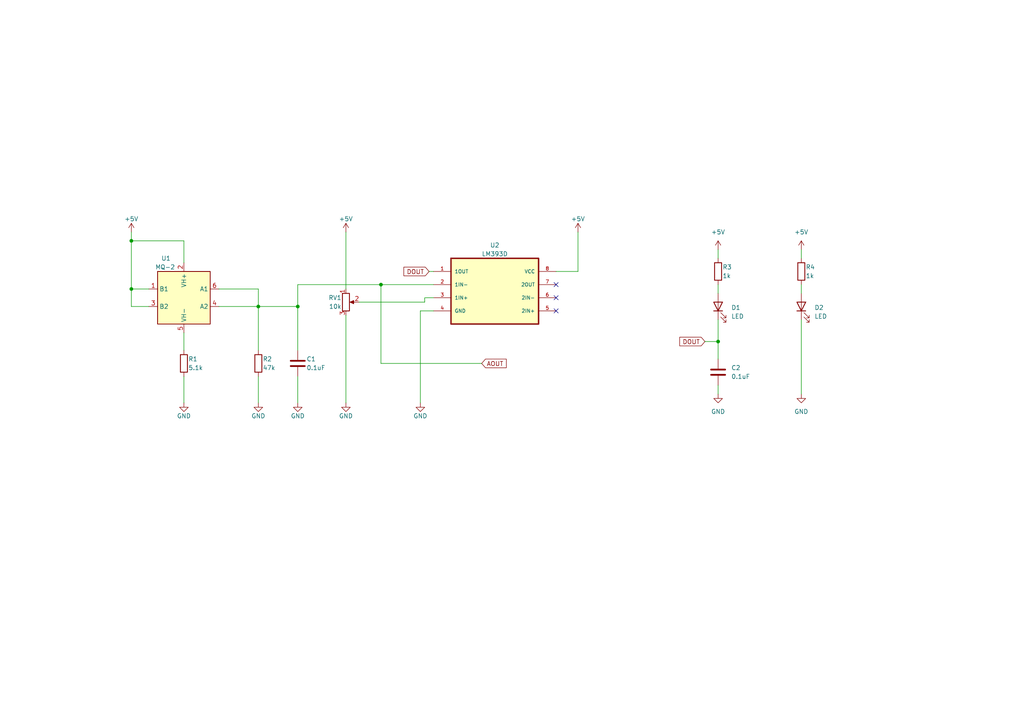
<source format=kicad_sch>
(kicad_sch (version 20230121) (generator eeschema)

  (uuid 09382f05-e025-4176-828f-49bbb8716922)

  (paper "A4")

  (lib_symbols
    (symbol "Device:C" (pin_numbers hide) (pin_names (offset 0.254)) (in_bom yes) (on_board yes)
      (property "Reference" "C" (at 0.635 2.54 0)
        (effects (font (size 1.27 1.27)) (justify left))
      )
      (property "Value" "C" (at 0.635 -2.54 0)
        (effects (font (size 1.27 1.27)) (justify left))
      )
      (property "Footprint" "" (at 0.9652 -3.81 0)
        (effects (font (size 1.27 1.27)) hide)
      )
      (property "Datasheet" "~" (at 0 0 0)
        (effects (font (size 1.27 1.27)) hide)
      )
      (property "ki_keywords" "cap capacitor" (at 0 0 0)
        (effects (font (size 1.27 1.27)) hide)
      )
      (property "ki_description" "Unpolarized capacitor" (at 0 0 0)
        (effects (font (size 1.27 1.27)) hide)
      )
      (property "ki_fp_filters" "C_*" (at 0 0 0)
        (effects (font (size 1.27 1.27)) hide)
      )
      (symbol "C_0_1"
        (polyline
          (pts
            (xy -2.032 -0.762)
            (xy 2.032 -0.762)
          )
          (stroke (width 0.508) (type default))
          (fill (type none))
        )
        (polyline
          (pts
            (xy -2.032 0.762)
            (xy 2.032 0.762)
          )
          (stroke (width 0.508) (type default))
          (fill (type none))
        )
      )
      (symbol "C_1_1"
        (pin passive line (at 0 3.81 270) (length 2.794)
          (name "~" (effects (font (size 1.27 1.27))))
          (number "1" (effects (font (size 1.27 1.27))))
        )
        (pin passive line (at 0 -3.81 90) (length 2.794)
          (name "~" (effects (font (size 1.27 1.27))))
          (number "2" (effects (font (size 1.27 1.27))))
        )
      )
    )
    (symbol "Device:LED" (pin_numbers hide) (pin_names (offset 1.016) hide) (in_bom yes) (on_board yes)
      (property "Reference" "D" (at 0 2.54 0)
        (effects (font (size 1.27 1.27)))
      )
      (property "Value" "LED" (at 0 -2.54 0)
        (effects (font (size 1.27 1.27)))
      )
      (property "Footprint" "" (at 0 0 0)
        (effects (font (size 1.27 1.27)) hide)
      )
      (property "Datasheet" "~" (at 0 0 0)
        (effects (font (size 1.27 1.27)) hide)
      )
      (property "ki_keywords" "LED diode" (at 0 0 0)
        (effects (font (size 1.27 1.27)) hide)
      )
      (property "ki_description" "Light emitting diode" (at 0 0 0)
        (effects (font (size 1.27 1.27)) hide)
      )
      (property "ki_fp_filters" "LED* LED_SMD:* LED_THT:*" (at 0 0 0)
        (effects (font (size 1.27 1.27)) hide)
      )
      (symbol "LED_0_1"
        (polyline
          (pts
            (xy -1.27 -1.27)
            (xy -1.27 1.27)
          )
          (stroke (width 0.254) (type default))
          (fill (type none))
        )
        (polyline
          (pts
            (xy -1.27 0)
            (xy 1.27 0)
          )
          (stroke (width 0) (type default))
          (fill (type none))
        )
        (polyline
          (pts
            (xy 1.27 -1.27)
            (xy 1.27 1.27)
            (xy -1.27 0)
            (xy 1.27 -1.27)
          )
          (stroke (width 0.254) (type default))
          (fill (type none))
        )
        (polyline
          (pts
            (xy -3.048 -0.762)
            (xy -4.572 -2.286)
            (xy -3.81 -2.286)
            (xy -4.572 -2.286)
            (xy -4.572 -1.524)
          )
          (stroke (width 0) (type default))
          (fill (type none))
        )
        (polyline
          (pts
            (xy -1.778 -0.762)
            (xy -3.302 -2.286)
            (xy -2.54 -2.286)
            (xy -3.302 -2.286)
            (xy -3.302 -1.524)
          )
          (stroke (width 0) (type default))
          (fill (type none))
        )
      )
      (symbol "LED_1_1"
        (pin passive line (at -3.81 0 0) (length 2.54)
          (name "K" (effects (font (size 1.27 1.27))))
          (number "1" (effects (font (size 1.27 1.27))))
        )
        (pin passive line (at 3.81 0 180) (length 2.54)
          (name "A" (effects (font (size 1.27 1.27))))
          (number "2" (effects (font (size 1.27 1.27))))
        )
      )
    )
    (symbol "Device:R" (pin_numbers hide) (pin_names (offset 0)) (in_bom yes) (on_board yes)
      (property "Reference" "R" (at 2.032 0 90)
        (effects (font (size 1.27 1.27)))
      )
      (property "Value" "R" (at 0 0 90)
        (effects (font (size 1.27 1.27)))
      )
      (property "Footprint" "" (at -1.778 0 90)
        (effects (font (size 1.27 1.27)) hide)
      )
      (property "Datasheet" "~" (at 0 0 0)
        (effects (font (size 1.27 1.27)) hide)
      )
      (property "ki_keywords" "R res resistor" (at 0 0 0)
        (effects (font (size 1.27 1.27)) hide)
      )
      (property "ki_description" "Resistor" (at 0 0 0)
        (effects (font (size 1.27 1.27)) hide)
      )
      (property "ki_fp_filters" "R_*" (at 0 0 0)
        (effects (font (size 1.27 1.27)) hide)
      )
      (symbol "R_0_1"
        (rectangle (start -1.016 -2.54) (end 1.016 2.54)
          (stroke (width 0.254) (type default))
          (fill (type none))
        )
      )
      (symbol "R_1_1"
        (pin passive line (at 0 3.81 270) (length 1.27)
          (name "~" (effects (font (size 1.27 1.27))))
          (number "1" (effects (font (size 1.27 1.27))))
        )
        (pin passive line (at 0 -3.81 90) (length 1.27)
          (name "~" (effects (font (size 1.27 1.27))))
          (number "2" (effects (font (size 1.27 1.27))))
        )
      )
    )
    (symbol "Device:R_Potentiometer" (pin_names (offset 1.016) hide) (in_bom yes) (on_board yes)
      (property "Reference" "RV" (at -4.445 0 90)
        (effects (font (size 1.27 1.27)))
      )
      (property "Value" "R_Potentiometer" (at -2.54 0 90)
        (effects (font (size 1.27 1.27)))
      )
      (property "Footprint" "" (at 0 0 0)
        (effects (font (size 1.27 1.27)) hide)
      )
      (property "Datasheet" "~" (at 0 0 0)
        (effects (font (size 1.27 1.27)) hide)
      )
      (property "ki_keywords" "resistor variable" (at 0 0 0)
        (effects (font (size 1.27 1.27)) hide)
      )
      (property "ki_description" "Potentiometer" (at 0 0 0)
        (effects (font (size 1.27 1.27)) hide)
      )
      (property "ki_fp_filters" "Potentiometer*" (at 0 0 0)
        (effects (font (size 1.27 1.27)) hide)
      )
      (symbol "R_Potentiometer_0_1"
        (polyline
          (pts
            (xy 2.54 0)
            (xy 1.524 0)
          )
          (stroke (width 0) (type default))
          (fill (type none))
        )
        (polyline
          (pts
            (xy 1.143 0)
            (xy 2.286 0.508)
            (xy 2.286 -0.508)
            (xy 1.143 0)
          )
          (stroke (width 0) (type default))
          (fill (type outline))
        )
        (rectangle (start 1.016 2.54) (end -1.016 -2.54)
          (stroke (width 0.254) (type default))
          (fill (type none))
        )
      )
      (symbol "R_Potentiometer_1_1"
        (pin passive line (at 0 3.81 270) (length 1.27)
          (name "1" (effects (font (size 1.27 1.27))))
          (number "1" (effects (font (size 1.27 1.27))))
        )
        (pin passive line (at 3.81 0 180) (length 1.27)
          (name "2" (effects (font (size 1.27 1.27))))
          (number "2" (effects (font (size 1.27 1.27))))
        )
        (pin passive line (at 0 -3.81 90) (length 1.27)
          (name "3" (effects (font (size 1.27 1.27))))
          (number "3" (effects (font (size 1.27 1.27))))
        )
      )
    )
    (symbol "LM393D:LM393D" (pin_names (offset 1.016)) (in_bom yes) (on_board yes)
      (property "Reference" "U1" (at 0 16.51 0)
        (effects (font (size 1.27 1.27)))
      )
      (property "Value" "LM393D" (at 0 13.97 0)
        (effects (font (size 1.27 1.27)))
      )
      (property "Footprint" "SOIC127P599X175-8N" (at 0 0 0) (do_not_autoplace)
        (effects (font (size 1.27 1.27)) (justify bottom) hide)
      )
      (property "Datasheet" "" (at 0 0 0)
        (effects (font (size 1.27 1.27)) hide)
      )
      (symbol "LM393D_0_0"
        (rectangle (start -12.7 12.7) (end 12.7 -6.35)
          (stroke (width 0.41) (type default))
          (fill (type background))
        )
        (pin output line (at -17.78 8.89 0) (length 5.08)
          (name "1OUT" (effects (font (size 1.016 1.016))))
          (number "1" (effects (font (size 1.016 1.016))))
        )
        (pin input line (at -17.78 5.08 0) (length 5.08)
          (name "1IN-" (effects (font (size 1.016 1.016))))
          (number "2" (effects (font (size 1.016 1.016))))
        )
        (pin input line (at -17.78 1.27 0) (length 5.08)
          (name "1IN+" (effects (font (size 1.016 1.016))))
          (number "3" (effects (font (size 1.016 1.016))))
        )
        (pin power_in line (at -17.78 -2.54 0) (length 5.08)
          (name "GND" (effects (font (size 1.016 1.016))))
          (number "4" (effects (font (size 1.016 1.016))))
        )
        (pin input line (at 17.78 -2.54 180) (length 5.08)
          (name "2IN+" (effects (font (size 1.016 1.016))))
          (number "5" (effects (font (size 1.016 1.016))))
        )
        (pin input line (at 17.78 1.27 180) (length 5.08)
          (name "2IN-" (effects (font (size 1.016 1.016))))
          (number "6" (effects (font (size 1.016 1.016))))
        )
        (pin output line (at 17.78 5.08 180) (length 5.08)
          (name "2OUT" (effects (font (size 1.016 1.016))))
          (number "7" (effects (font (size 1.016 1.016))))
        )
        (pin power_in line (at 17.78 8.89 180) (length 5.08)
          (name "VCC" (effects (font (size 1.016 1.016))))
          (number "8" (effects (font (size 1.016 1.016))))
        )
      )
    )
    (symbol "Sensor_Gas:MQ-6" (in_bom yes) (on_board yes)
      (property "Reference" "U" (at -6.35 8.89 0)
        (effects (font (size 1.27 1.27)))
      )
      (property "Value" "MQ-6" (at 3.81 8.89 0)
        (effects (font (size 1.27 1.27)))
      )
      (property "Footprint" "Sensor:MQ-6" (at 1.27 -11.43 0)
        (effects (font (size 1.27 1.27)) hide)
      )
      (property "Datasheet" "https://www.winsen-sensor.com/d/files/semiconductor/mq-6.pdf" (at 0 6.35 0)
        (effects (font (size 1.27 1.27)) hide)
      )
      (property "ki_keywords" "flammable gas sensor LPG" (at 0 0 0)
        (effects (font (size 1.27 1.27)) hide)
      )
      (property "ki_description" "Semiconductor Sensor for Flammable Gas" (at 0 0 0)
        (effects (font (size 1.27 1.27)) hide)
      )
      (property "ki_fp_filters" "*MQ*6*" (at 0 0 0)
        (effects (font (size 1.27 1.27)) hide)
      )
      (symbol "MQ-6_0_1"
        (rectangle (start -7.62 7.62) (end 7.62 -7.62)
          (stroke (width 0.254) (type default))
          (fill (type background))
        )
      )
      (symbol "MQ-6_1_1"
        (pin passive line (at 10.16 2.54 180) (length 2.54)
          (name "B1" (effects (font (size 1.27 1.27))))
          (number "1" (effects (font (size 1.27 1.27))))
        )
        (pin power_in line (at 0 10.16 270) (length 2.54)
          (name "VH+" (effects (font (size 1.27 1.27))))
          (number "2" (effects (font (size 1.27 1.27))))
        )
        (pin passive line (at 10.16 -2.54 180) (length 2.54)
          (name "B2" (effects (font (size 1.27 1.27))))
          (number "3" (effects (font (size 1.27 1.27))))
        )
        (pin passive line (at -10.16 -2.54 0) (length 2.54)
          (name "A2" (effects (font (size 1.27 1.27))))
          (number "4" (effects (font (size 1.27 1.27))))
        )
        (pin power_in line (at 0 -10.16 90) (length 2.54)
          (name "VH-" (effects (font (size 1.27 1.27))))
          (number "5" (effects (font (size 1.27 1.27))))
        )
        (pin passive line (at -10.16 2.54 0) (length 2.54)
          (name "A1" (effects (font (size 1.27 1.27))))
          (number "6" (effects (font (size 1.27 1.27))))
        )
      )
    )
    (symbol "power:+5V" (power) (pin_names (offset 0)) (in_bom yes) (on_board yes)
      (property "Reference" "#PWR" (at 0 -3.81 0)
        (effects (font (size 1.27 1.27)) hide)
      )
      (property "Value" "+5V" (at 0 3.556 0)
        (effects (font (size 1.27 1.27)))
      )
      (property "Footprint" "" (at 0 0 0)
        (effects (font (size 1.27 1.27)) hide)
      )
      (property "Datasheet" "" (at 0 0 0)
        (effects (font (size 1.27 1.27)) hide)
      )
      (property "ki_keywords" "global power" (at 0 0 0)
        (effects (font (size 1.27 1.27)) hide)
      )
      (property "ki_description" "Power symbol creates a global label with name \"+5V\"" (at 0 0 0)
        (effects (font (size 1.27 1.27)) hide)
      )
      (symbol "+5V_0_1"
        (polyline
          (pts
            (xy -0.762 1.27)
            (xy 0 2.54)
          )
          (stroke (width 0) (type default))
          (fill (type none))
        )
        (polyline
          (pts
            (xy 0 0)
            (xy 0 2.54)
          )
          (stroke (width 0) (type default))
          (fill (type none))
        )
        (polyline
          (pts
            (xy 0 2.54)
            (xy 0.762 1.27)
          )
          (stroke (width 0) (type default))
          (fill (type none))
        )
      )
      (symbol "+5V_1_1"
        (pin power_in line (at 0 0 90) (length 0) hide
          (name "+5V" (effects (font (size 1.27 1.27))))
          (number "1" (effects (font (size 1.27 1.27))))
        )
      )
    )
    (symbol "power:GND" (power) (pin_names (offset 0)) (in_bom yes) (on_board yes)
      (property "Reference" "#PWR" (at 0 -6.35 0)
        (effects (font (size 1.27 1.27)) hide)
      )
      (property "Value" "GND" (at 0 -3.81 0)
        (effects (font (size 1.27 1.27)))
      )
      (property "Footprint" "" (at 0 0 0)
        (effects (font (size 1.27 1.27)) hide)
      )
      (property "Datasheet" "" (at 0 0 0)
        (effects (font (size 1.27 1.27)) hide)
      )
      (property "ki_keywords" "global power" (at 0 0 0)
        (effects (font (size 1.27 1.27)) hide)
      )
      (property "ki_description" "Power symbol creates a global label with name \"GND\" , ground" (at 0 0 0)
        (effects (font (size 1.27 1.27)) hide)
      )
      (symbol "GND_0_1"
        (polyline
          (pts
            (xy 0 0)
            (xy 0 -1.27)
            (xy 1.27 -1.27)
            (xy 0 -2.54)
            (xy -1.27 -1.27)
            (xy 0 -1.27)
          )
          (stroke (width 0) (type default))
          (fill (type none))
        )
      )
      (symbol "GND_1_1"
        (pin power_in line (at 0 0 270) (length 0) hide
          (name "GND" (effects (font (size 1.27 1.27))))
          (number "1" (effects (font (size 1.27 1.27))))
        )
      )
    )
  )

  (junction (at 74.93 88.9) (diameter 0) (color 0 0 0 0)
    (uuid 4f565e08-8e02-4f97-9bd2-289cc1c3cbfa)
  )
  (junction (at 38.1 69.85) (diameter 0) (color 0 0 0 0)
    (uuid 51cdaeb5-d167-4e23-b092-cff27d9f9402)
  )
  (junction (at 208.28 99.06) (diameter 0) (color 0 0 0 0)
    (uuid 9b24f632-4c09-4b62-ad67-96c21731d9db)
  )
  (junction (at 38.1 83.82) (diameter 0) (color 0 0 0 0)
    (uuid d2456d3d-2baf-455d-9c01-87dd8e73d1bd)
  )
  (junction (at 86.36 88.9) (diameter 0) (color 0 0 0 0)
    (uuid d873239b-3d32-4145-9137-4598917b1ef6)
  )
  (junction (at 110.49 82.55) (diameter 0) (color 0 0 0 0)
    (uuid e2e05501-8521-40ce-8701-ad475c87353c)
  )

  (no_connect (at 161.29 90.17) (uuid 54a8019b-d507-4afb-b332-092f67f02b8c))
  (no_connect (at 161.29 86.36) (uuid 9934be83-0e80-4b77-895e-21176eb45225))
  (no_connect (at 161.29 82.55) (uuid d37c74d2-bf27-4973-a13e-55d109c2061a))

  (wire (pts (xy 208.28 99.06) (xy 208.28 104.14))
    (stroke (width 0) (type default))
    (uuid 01e68204-f6df-42be-83fa-f4350b1f197f)
  )
  (wire (pts (xy 123.19 87.63) (xy 104.14 87.63))
    (stroke (width 0) (type default))
    (uuid 048cf7bc-7979-4700-8d80-355103842f2d)
  )
  (wire (pts (xy 208.28 92.71) (xy 208.28 99.06))
    (stroke (width 0) (type default))
    (uuid 09dbe046-7788-4ae1-8f1d-8d07c82e39ba)
  )
  (wire (pts (xy 86.36 82.55) (xy 110.49 82.55))
    (stroke (width 0) (type default))
    (uuid 11f23cc1-9c3d-44a9-bb2e-ffc4cde36f87)
  )
  (wire (pts (xy 100.33 91.44) (xy 100.33 116.84))
    (stroke (width 0) (type default))
    (uuid 1966410f-6a12-440b-8707-3b43230f84a7)
  )
  (wire (pts (xy 100.33 67.31) (xy 100.33 83.82))
    (stroke (width 0) (type default))
    (uuid 1f3b47ef-3729-4c8f-a553-c13cb0f4bf5b)
  )
  (wire (pts (xy 63.5 88.9) (xy 74.93 88.9))
    (stroke (width 0) (type default))
    (uuid 2345ff94-86a8-4b40-b670-efd0156adafb)
  )
  (wire (pts (xy 53.34 69.85) (xy 53.34 76.2))
    (stroke (width 0) (type default))
    (uuid 3463d4cc-9872-4d0e-9691-4f0e39b39216)
  )
  (wire (pts (xy 110.49 82.55) (xy 110.49 105.41))
    (stroke (width 0) (type default))
    (uuid 3d8df8ac-0501-48f4-9c75-89cf5e0d09c2)
  )
  (wire (pts (xy 208.28 111.76) (xy 208.28 114.3))
    (stroke (width 0) (type default))
    (uuid 4006829d-700e-45ec-a617-8ffe91b5cfe9)
  )
  (wire (pts (xy 86.36 109.22) (xy 86.36 116.84))
    (stroke (width 0) (type default))
    (uuid 425f624a-a381-40c5-80c6-5cfa5d99c75b)
  )
  (wire (pts (xy 167.64 67.31) (xy 167.64 78.74))
    (stroke (width 0) (type default))
    (uuid 47d8540f-3eb1-405f-bf51-676e1e484f91)
  )
  (wire (pts (xy 74.93 88.9) (xy 86.36 88.9))
    (stroke (width 0) (type default))
    (uuid 6170ebae-0159-4940-8672-b4dd15de6f54)
  )
  (wire (pts (xy 86.36 82.55) (xy 86.36 88.9))
    (stroke (width 0) (type default))
    (uuid 67bbf1a3-9632-4a30-9a7c-999986ebb895)
  )
  (wire (pts (xy 74.93 88.9) (xy 74.93 101.6))
    (stroke (width 0) (type default))
    (uuid 68abdd6f-1ede-40a7-aa48-3125b065f7f5)
  )
  (wire (pts (xy 167.64 78.74) (xy 161.29 78.74))
    (stroke (width 0) (type default))
    (uuid 724b01c2-c76e-4021-b454-c61a6c16db2f)
  )
  (wire (pts (xy 74.93 83.82) (xy 74.93 88.9))
    (stroke (width 0) (type default))
    (uuid 730f4772-d383-477f-8f2b-93e6aca4aa35)
  )
  (wire (pts (xy 63.5 83.82) (xy 74.93 83.82))
    (stroke (width 0) (type default))
    (uuid 75c0dd10-d9ad-4ed6-8127-257f5d640c59)
  )
  (wire (pts (xy 121.92 116.84) (xy 121.92 90.17))
    (stroke (width 0) (type default))
    (uuid 77f5f27c-f61f-45ef-87f3-b0c49494abf6)
  )
  (wire (pts (xy 123.19 86.36) (xy 125.73 86.36))
    (stroke (width 0) (type default))
    (uuid 8633bb2c-a5b3-42ae-89aa-d9b80ff67e3c)
  )
  (wire (pts (xy 38.1 69.85) (xy 53.34 69.85))
    (stroke (width 0) (type default))
    (uuid 88c54ccc-8dc7-479b-ab88-dc88a17d6b21)
  )
  (wire (pts (xy 43.18 88.9) (xy 38.1 88.9))
    (stroke (width 0) (type default))
    (uuid 8b22b3ae-15fc-485e-b9fa-6d270f0d2512)
  )
  (wire (pts (xy 232.41 72.39) (xy 232.41 74.93))
    (stroke (width 0) (type default))
    (uuid 8fff633b-064a-4d8b-89bf-a48e75d280b1)
  )
  (wire (pts (xy 38.1 67.31) (xy 38.1 69.85))
    (stroke (width 0) (type default))
    (uuid 925e946b-998e-4482-89eb-76c9fe955497)
  )
  (wire (pts (xy 53.34 96.52) (xy 53.34 101.6))
    (stroke (width 0) (type default))
    (uuid a326ae61-31b3-4783-8f1e-a8df705af82f)
  )
  (wire (pts (xy 124.46 78.74) (xy 125.73 78.74))
    (stroke (width 0) (type default))
    (uuid a841bf97-b2c5-4a82-80cb-884b12136e9f)
  )
  (wire (pts (xy 74.93 109.22) (xy 74.93 116.84))
    (stroke (width 0) (type default))
    (uuid aa326f58-7081-4f73-bbc3-6248bafa87c6)
  )
  (wire (pts (xy 53.34 109.22) (xy 53.34 116.84))
    (stroke (width 0) (type default))
    (uuid b346d1c6-c71d-4bea-9320-a98cc6448ecf)
  )
  (wire (pts (xy 204.47 99.06) (xy 208.28 99.06))
    (stroke (width 0) (type default))
    (uuid b48ea949-7d51-4f72-8851-1dcabd9109a5)
  )
  (wire (pts (xy 38.1 83.82) (xy 43.18 83.82))
    (stroke (width 0) (type default))
    (uuid b9565292-11ae-4bfc-95ef-1182b9cce5a3)
  )
  (wire (pts (xy 208.28 82.55) (xy 208.28 85.09))
    (stroke (width 0) (type default))
    (uuid c5f94961-bfcb-48cf-b086-bcf09504c279)
  )
  (wire (pts (xy 232.41 82.55) (xy 232.41 85.09))
    (stroke (width 0) (type default))
    (uuid dc51931f-39b5-4bc7-8667-b9d9c33d0de3)
  )
  (wire (pts (xy 110.49 105.41) (xy 139.7 105.41))
    (stroke (width 0) (type default))
    (uuid e25724b6-8db2-4ce7-8a28-c3493b8e14b5)
  )
  (wire (pts (xy 208.28 72.39) (xy 208.28 74.93))
    (stroke (width 0) (type default))
    (uuid f5546052-0a0c-485f-87c7-aff5335fc387)
  )
  (wire (pts (xy 232.41 92.71) (xy 232.41 114.3))
    (stroke (width 0) (type default))
    (uuid f659634a-3d93-4736-9eb7-094c1e3353e6)
  )
  (wire (pts (xy 38.1 83.82) (xy 38.1 69.85))
    (stroke (width 0) (type default))
    (uuid f696c18e-54eb-44c3-9b44-5e4202ce1d72)
  )
  (wire (pts (xy 121.92 90.17) (xy 125.73 90.17))
    (stroke (width 0) (type default))
    (uuid fd7f61e4-271a-4863-903f-a75923831519)
  )
  (wire (pts (xy 38.1 88.9) (xy 38.1 83.82))
    (stroke (width 0) (type default))
    (uuid fdb514a4-1e6b-4401-8a47-0bca8df2b54d)
  )
  (wire (pts (xy 86.36 88.9) (xy 86.36 101.6))
    (stroke (width 0) (type default))
    (uuid ff390a3c-d361-460f-b83d-77f9603af75b)
  )
  (wire (pts (xy 110.49 82.55) (xy 125.73 82.55))
    (stroke (width 0) (type default))
    (uuid ffac485b-0e68-4457-9d01-091c406c4387)
  )
  (wire (pts (xy 123.19 86.36) (xy 123.19 87.63))
    (stroke (width 0) (type default))
    (uuid ffd9ebfb-ceab-4b03-870b-a8717f297ac4)
  )

  (global_label "DOUT" (shape input) (at 204.47 99.06 180) (fields_autoplaced)
    (effects (font (size 1.27 1.27)) (justify right))
    (uuid 1aed9934-4158-4779-b47f-9313abcafbed)
    (property "Intersheetrefs" "${INTERSHEET_REFS}" (at 196.5862 99.06 0)
      (effects (font (size 1.27 1.27)) (justify right) hide)
    )
  )
  (global_label "DOUT" (shape input) (at 124.46 78.74 180) (fields_autoplaced)
    (effects (font (size 1.27 1.27)) (justify right))
    (uuid 699e60b2-c6b1-42f4-b196-eab91140a8d3)
    (property "Intersheetrefs" "${INTERSHEET_REFS}" (at 116.5762 78.74 0)
      (effects (font (size 1.27 1.27)) (justify right) hide)
    )
  )
  (global_label "AOUT" (shape input) (at 139.7 105.41 0) (fields_autoplaced)
    (effects (font (size 1.27 1.27)) (justify left))
    (uuid e3435244-16ca-44c3-bd12-516ce1d28bb8)
    (property "Intersheetrefs" "${INTERSHEET_REFS}" (at 147.4024 105.41 0)
      (effects (font (size 1.27 1.27)) (justify left) hide)
    )
  )

  (symbol (lib_id "Device:LED") (at 208.28 88.9 90) (unit 1)
    (in_bom yes) (on_board yes) (dnp no) (fields_autoplaced)
    (uuid 0d9b44f0-a394-482c-8640-9b27d6e59dc0)
    (property "Reference" "D1" (at 212.09 89.2175 90)
      (effects (font (size 1.27 1.27)) (justify right))
    )
    (property "Value" "LED" (at 212.09 91.7575 90)
      (effects (font (size 1.27 1.27)) (justify right))
    )
    (property "Footprint" "" (at 208.28 88.9 0)
      (effects (font (size 1.27 1.27)) hide)
    )
    (property "Datasheet" "~" (at 208.28 88.9 0)
      (effects (font (size 1.27 1.27)) hide)
    )
    (pin "1" (uuid 808e4d74-4c50-45fd-9fdd-c1e2baf5510a))
    (pin "2" (uuid 3fd57d34-929e-4723-b92c-66bfa309b54a))
    (instances
      (project "0029_Smoke_Module_MQ-2"
        (path "/09382f05-e025-4176-828f-49bbb8716922"
          (reference "D1") (unit 1)
        )
      )
      (project "0023_Gas_Module_MQ-5"
        (path "/43a67b61-6c21-4f7d-9419-7061b9e8d552"
          (reference "D1") (unit 1)
        )
      )
    )
  )

  (symbol (lib_id "power:GND") (at 74.93 116.84 0) (unit 1)
    (in_bom yes) (on_board yes) (dnp no)
    (uuid 13035f0d-9772-4709-8e1e-3f3077eb8a8f)
    (property "Reference" "#PWR03" (at 74.93 123.19 0)
      (effects (font (size 1.27 1.27)) hide)
    )
    (property "Value" "GND" (at 74.93 120.65 0)
      (effects (font (size 1.27 1.27)))
    )
    (property "Footprint" "" (at 74.93 116.84 0)
      (effects (font (size 1.27 1.27)) hide)
    )
    (property "Datasheet" "" (at 74.93 116.84 0)
      (effects (font (size 1.27 1.27)) hide)
    )
    (pin "1" (uuid a137e22d-e2cd-414f-80b9-56d83555898e))
    (instances
      (project "0029_Smoke_Module_MQ-2"
        (path "/09382f05-e025-4176-828f-49bbb8716922"
          (reference "#PWR03") (unit 1)
        )
      )
      (project "0023_Gas_Module_MQ-5"
        (path "/43a67b61-6c21-4f7d-9419-7061b9e8d552"
          (reference "#PWR03") (unit 1)
        )
      )
    )
  )

  (symbol (lib_id "LM393D:LM393D") (at 143.51 87.63 0) (unit 1)
    (in_bom yes) (on_board yes) (dnp no) (fields_autoplaced)
    (uuid 1c2ab9c8-8bab-4ebc-b386-b9fe8e766b20)
    (property "Reference" "U2" (at 143.51 71.12 0)
      (effects (font (size 1.27 1.27)))
    )
    (property "Value" "LM393D" (at 143.51 73.66 0)
      (effects (font (size 1.27 1.27)))
    )
    (property "Footprint" "SOIC127P599X175-8N" (at 143.51 87.63 0) (do_not_autoplace)
      (effects (font (size 1.27 1.27)) (justify bottom) hide)
    )
    (property "Datasheet" "" (at 143.51 87.63 0)
      (effects (font (size 1.27 1.27)) hide)
    )
    (pin "1" (uuid 8812f68f-b5c7-4df8-bdd0-6bcae29d74de))
    (pin "2" (uuid 5bf64a81-a922-413e-b6f0-fa2b856dad41))
    (pin "3" (uuid ececd79f-80a7-4d84-b01a-7e551183fcf2))
    (pin "4" (uuid e331c19b-ca20-43b9-a61d-b9b39bbd92b6))
    (pin "5" (uuid e03c551b-8ab6-4b65-8e7a-696370847df4))
    (pin "6" (uuid a0b233d0-c0d3-49ea-b8de-6db88746d10c))
    (pin "7" (uuid 6624169a-6074-4c1d-acce-24065f5070a0))
    (pin "8" (uuid 2d032906-7862-415b-b015-7a448016a519))
    (instances
      (project "0029_Smoke_Module_MQ-2"
        (path "/09382f05-e025-4176-828f-49bbb8716922"
          (reference "U2") (unit 1)
        )
      )
      (project "0023_Gas_Module_MQ-5"
        (path "/43a67b61-6c21-4f7d-9419-7061b9e8d552"
          (reference "U1") (unit 1)
        )
      )
    )
  )

  (symbol (lib_id "power:+5V") (at 232.41 72.39 0) (unit 1)
    (in_bom yes) (on_board yes) (dnp no) (fields_autoplaced)
    (uuid 1fdd3034-2fc3-43e1-9af0-d8293d290b7d)
    (property "Reference" "#PWR011" (at 232.41 76.2 0)
      (effects (font (size 1.27 1.27)) hide)
    )
    (property "Value" "+5V" (at 232.41 67.31 0)
      (effects (font (size 1.27 1.27)))
    )
    (property "Footprint" "" (at 232.41 72.39 0)
      (effects (font (size 1.27 1.27)) hide)
    )
    (property "Datasheet" "" (at 232.41 72.39 0)
      (effects (font (size 1.27 1.27)) hide)
    )
    (pin "1" (uuid df99c0a6-0f72-4a3d-9282-527bac9ecfb4))
    (instances
      (project "0029_Smoke_Module_MQ-2"
        (path "/09382f05-e025-4176-828f-49bbb8716922"
          (reference "#PWR011") (unit 1)
        )
      )
      (project "0023_Gas_Module_MQ-5"
        (path "/43a67b61-6c21-4f7d-9419-7061b9e8d552"
          (reference "#PWR08") (unit 1)
        )
      )
    )
  )

  (symbol (lib_id "power:GND") (at 208.28 114.3 0) (unit 1)
    (in_bom yes) (on_board yes) (dnp no) (fields_autoplaced)
    (uuid 2b42abba-e83f-4a0a-93b4-f898be0d76b0)
    (property "Reference" "#PWR010" (at 208.28 120.65 0)
      (effects (font (size 1.27 1.27)) hide)
    )
    (property "Value" "GND" (at 208.28 119.38 0)
      (effects (font (size 1.27 1.27)))
    )
    (property "Footprint" "" (at 208.28 114.3 0)
      (effects (font (size 1.27 1.27)) hide)
    )
    (property "Datasheet" "" (at 208.28 114.3 0)
      (effects (font (size 1.27 1.27)) hide)
    )
    (pin "1" (uuid 6431662e-b161-41b2-b60b-4f7f3f03d01e))
    (instances
      (project "0029_Smoke_Module_MQ-2"
        (path "/09382f05-e025-4176-828f-49bbb8716922"
          (reference "#PWR010") (unit 1)
        )
      )
      (project "0023_Gas_Module_MQ-5"
        (path "/43a67b61-6c21-4f7d-9419-7061b9e8d552"
          (reference "#PWR010") (unit 1)
        )
      )
    )
  )

  (symbol (lib_id "Sensor_Gas:MQ-6") (at 53.34 86.36 0) (mirror y) (unit 1)
    (in_bom yes) (on_board yes) (dnp no)
    (uuid 328f681d-3885-4a4c-9625-37a37239db9b)
    (property "Reference" "U1" (at 49.53 74.93 0)
      (effects (font (size 1.27 1.27)) (justify left))
    )
    (property "Value" "MQ-2" (at 50.8 77.47 0)
      (effects (font (size 1.27 1.27)) (justify left))
    )
    (property "Footprint" "Sensor:MQ-6" (at 52.07 97.79 0)
      (effects (font (size 1.27 1.27)) hide)
    )
    (property "Datasheet" "https://www.winsen-sensor.com/d/files/semiconductor/mq-6.pdf" (at 53.34 80.01 0)
      (effects (font (size 1.27 1.27)) hide)
    )
    (pin "1" (uuid 6ef63a04-7244-4812-b6ba-5d76d6fdfc14))
    (pin "2" (uuid 6400961a-de30-4617-bef0-386ffea210d5))
    (pin "3" (uuid 1f3d6831-f798-4c60-bf42-a4fadd7835ee))
    (pin "4" (uuid 6f777b2e-4991-43de-a851-a4d7a890ffb0))
    (pin "5" (uuid 3d5d90f8-43fd-49fb-b660-dbe0a7059076))
    (pin "6" (uuid 7cd871cf-e8db-495d-868a-d7d8036f4637))
    (instances
      (project "0029_Smoke_Module_MQ-2"
        (path "/09382f05-e025-4176-828f-49bbb8716922"
          (reference "U1") (unit 1)
        )
      )
      (project "0023_Gas_Module_MQ-5"
        (path "/43a67b61-6c21-4f7d-9419-7061b9e8d552"
          (reference "U2") (unit 1)
        )
      )
    )
  )

  (symbol (lib_id "Device:R") (at 232.41 78.74 0) (unit 1)
    (in_bom yes) (on_board yes) (dnp no)
    (uuid 3b132167-19e0-4172-9348-17b240aee9ec)
    (property "Reference" "R4" (at 233.68 77.47 0)
      (effects (font (size 1.27 1.27)) (justify left))
    )
    (property "Value" "1k" (at 233.68 80.01 0)
      (effects (font (size 1.27 1.27)) (justify left))
    )
    (property "Footprint" "" (at 230.632 78.74 90)
      (effects (font (size 1.27 1.27)) hide)
    )
    (property "Datasheet" "~" (at 232.41 78.74 0)
      (effects (font (size 1.27 1.27)) hide)
    )
    (pin "1" (uuid 1cf69758-39c4-4725-aadc-9a4c1ecb8b0b))
    (pin "2" (uuid 3a2b854f-2a47-4e87-9fa0-fa4f73f5edd4))
    (instances
      (project "0029_Smoke_Module_MQ-2"
        (path "/09382f05-e025-4176-828f-49bbb8716922"
          (reference "R4") (unit 1)
        )
      )
      (project "0023_Gas_Module_MQ-5"
        (path "/43a67b61-6c21-4f7d-9419-7061b9e8d552"
          (reference "R4") (unit 1)
        )
      )
    )
  )

  (symbol (lib_id "Device:LED") (at 232.41 88.9 90) (unit 1)
    (in_bom yes) (on_board yes) (dnp no) (fields_autoplaced)
    (uuid 42d338e9-d992-408a-95e7-95ca92322689)
    (property "Reference" "D2" (at 236.22 89.2175 90)
      (effects (font (size 1.27 1.27)) (justify right))
    )
    (property "Value" "LED" (at 236.22 91.7575 90)
      (effects (font (size 1.27 1.27)) (justify right))
    )
    (property "Footprint" "" (at 232.41 88.9 0)
      (effects (font (size 1.27 1.27)) hide)
    )
    (property "Datasheet" "~" (at 232.41 88.9 0)
      (effects (font (size 1.27 1.27)) hide)
    )
    (pin "1" (uuid 61a873b4-2ddd-4d1d-8596-751a3e4ac37c))
    (pin "2" (uuid b56fbefd-c142-4ca7-b3bf-d6e5e29b532b))
    (instances
      (project "0029_Smoke_Module_MQ-2"
        (path "/09382f05-e025-4176-828f-49bbb8716922"
          (reference "D2") (unit 1)
        )
      )
      (project "0023_Gas_Module_MQ-5"
        (path "/43a67b61-6c21-4f7d-9419-7061b9e8d552"
          (reference "D2") (unit 1)
        )
      )
    )
  )

  (symbol (lib_id "Device:R") (at 74.93 105.41 0) (unit 1)
    (in_bom yes) (on_board yes) (dnp no)
    (uuid 4c8f0d64-7ff6-4b20-a769-b92b4e1a0ae7)
    (property "Reference" "R2" (at 76.2 104.14 0)
      (effects (font (size 1.27 1.27)) (justify left))
    )
    (property "Value" "47k" (at 76.2 106.68 0)
      (effects (font (size 1.27 1.27)) (justify left))
    )
    (property "Footprint" "" (at 73.152 105.41 90)
      (effects (font (size 1.27 1.27)) hide)
    )
    (property "Datasheet" "~" (at 74.93 105.41 0)
      (effects (font (size 1.27 1.27)) hide)
    )
    (pin "1" (uuid 4c20509d-e901-4619-b824-075a52f9d004))
    (pin "2" (uuid 5441a756-fc45-4939-b87b-456a9745ac2a))
    (instances
      (project "0029_Smoke_Module_MQ-2"
        (path "/09382f05-e025-4176-828f-49bbb8716922"
          (reference "R2") (unit 1)
        )
      )
      (project "0023_Gas_Module_MQ-5"
        (path "/43a67b61-6c21-4f7d-9419-7061b9e8d552"
          (reference "R2") (unit 1)
        )
      )
    )
  )

  (symbol (lib_id "power:+5V") (at 208.28 72.39 0) (unit 1)
    (in_bom yes) (on_board yes) (dnp no) (fields_autoplaced)
    (uuid 55d7e055-275c-414b-b92b-e269f1c55b44)
    (property "Reference" "#PWR09" (at 208.28 76.2 0)
      (effects (font (size 1.27 1.27)) hide)
    )
    (property "Value" "+5V" (at 208.28 67.31 0)
      (effects (font (size 1.27 1.27)))
    )
    (property "Footprint" "" (at 208.28 72.39 0)
      (effects (font (size 1.27 1.27)) hide)
    )
    (property "Datasheet" "" (at 208.28 72.39 0)
      (effects (font (size 1.27 1.27)) hide)
    )
    (pin "1" (uuid 6fe891fe-7a92-4162-bf63-b2049a51b1fc))
    (instances
      (project "0029_Smoke_Module_MQ-2"
        (path "/09382f05-e025-4176-828f-49bbb8716922"
          (reference "#PWR09") (unit 1)
        )
      )
      (project "0023_Gas_Module_MQ-5"
        (path "/43a67b61-6c21-4f7d-9419-7061b9e8d552"
          (reference "#PWR07") (unit 1)
        )
      )
    )
  )

  (symbol (lib_id "power:GND") (at 121.92 116.84 0) (unit 1)
    (in_bom yes) (on_board yes) (dnp no)
    (uuid 56dc49b7-7ecd-40ca-b66c-1fd78e33c0c4)
    (property "Reference" "#PWR07" (at 121.92 123.19 0)
      (effects (font (size 1.27 1.27)) hide)
    )
    (property "Value" "GND" (at 121.92 120.65 0)
      (effects (font (size 1.27 1.27)))
    )
    (property "Footprint" "" (at 121.92 116.84 0)
      (effects (font (size 1.27 1.27)) hide)
    )
    (property "Datasheet" "" (at 121.92 116.84 0)
      (effects (font (size 1.27 1.27)) hide)
    )
    (pin "1" (uuid 061a0fda-5066-4994-974e-baa0dd29a8b7))
    (instances
      (project "0029_Smoke_Module_MQ-2"
        (path "/09382f05-e025-4176-828f-49bbb8716922"
          (reference "#PWR07") (unit 1)
        )
      )
      (project "0023_Gas_Module_MQ-5"
        (path "/43a67b61-6c21-4f7d-9419-7061b9e8d552"
          (reference "#PWR05") (unit 1)
        )
      )
    )
  )

  (symbol (lib_id "Device:R_Potentiometer") (at 100.33 87.63 0) (unit 1)
    (in_bom yes) (on_board yes) (dnp no)
    (uuid 59f880e7-36ad-48d3-89b3-03e3ad6f45b7)
    (property "Reference" "RV1" (at 99.06 86.36 0)
      (effects (font (size 1.27 1.27)) (justify right))
    )
    (property "Value" "10k" (at 99.06 88.9 0)
      (effects (font (size 1.27 1.27)) (justify right))
    )
    (property "Footprint" "" (at 100.33 87.63 0)
      (effects (font (size 1.27 1.27)) hide)
    )
    (property "Datasheet" "~" (at 100.33 87.63 0)
      (effects (font (size 1.27 1.27)) hide)
    )
    (pin "1" (uuid 8b1154c5-3f5c-4a01-93d5-4882dcee8ab0))
    (pin "2" (uuid 87f5494a-b1d3-4707-a6b4-22e65662c675))
    (pin "3" (uuid 6a5d3707-bf17-4449-a8bf-fee174f8990e))
    (instances
      (project "0029_Smoke_Module_MQ-2"
        (path "/09382f05-e025-4176-828f-49bbb8716922"
          (reference "RV1") (unit 1)
        )
      )
      (project "0023_Gas_Module_MQ-5"
        (path "/43a67b61-6c21-4f7d-9419-7061b9e8d552"
          (reference "RV1") (unit 1)
        )
      )
    )
  )

  (symbol (lib_id "Device:C") (at 86.36 105.41 0) (unit 1)
    (in_bom yes) (on_board yes) (dnp no)
    (uuid 60e886ea-6e3b-4d81-938f-c30e888e7912)
    (property "Reference" "C1" (at 88.9 104.14 0)
      (effects (font (size 1.27 1.27)) (justify left))
    )
    (property "Value" "0.1uF" (at 88.9 106.68 0)
      (effects (font (size 1.27 1.27)) (justify left))
    )
    (property "Footprint" "" (at 87.3252 109.22 0)
      (effects (font (size 1.27 1.27)) hide)
    )
    (property "Datasheet" "~" (at 86.36 105.41 0)
      (effects (font (size 1.27 1.27)) hide)
    )
    (pin "1" (uuid 29adb483-dbdd-4fdb-afc2-b9b5760cdd44))
    (pin "2" (uuid 85533b0a-43da-4beb-a9aa-42528982e1c9))
    (instances
      (project "0029_Smoke_Module_MQ-2"
        (path "/09382f05-e025-4176-828f-49bbb8716922"
          (reference "C1") (unit 1)
        )
      )
      (project "0023_Gas_Module_MQ-5"
        (path "/43a67b61-6c21-4f7d-9419-7061b9e8d552"
          (reference "C1") (unit 1)
        )
      )
    )
  )

  (symbol (lib_id "power:GND") (at 86.36 116.84 0) (unit 1)
    (in_bom yes) (on_board yes) (dnp no)
    (uuid 6dd7e7dc-5ae6-4f27-bf57-09a2cb9b03cd)
    (property "Reference" "#PWR04" (at 86.36 123.19 0)
      (effects (font (size 1.27 1.27)) hide)
    )
    (property "Value" "GND" (at 86.36 120.65 0)
      (effects (font (size 1.27 1.27)))
    )
    (property "Footprint" "" (at 86.36 116.84 0)
      (effects (font (size 1.27 1.27)) hide)
    )
    (property "Datasheet" "" (at 86.36 116.84 0)
      (effects (font (size 1.27 1.27)) hide)
    )
    (pin "1" (uuid 2a201006-42a1-4632-8021-94b68c054305))
    (instances
      (project "0029_Smoke_Module_MQ-2"
        (path "/09382f05-e025-4176-828f-49bbb8716922"
          (reference "#PWR04") (unit 1)
        )
      )
      (project "0023_Gas_Module_MQ-5"
        (path "/43a67b61-6c21-4f7d-9419-7061b9e8d552"
          (reference "#PWR04") (unit 1)
        )
      )
    )
  )

  (symbol (lib_id "power:+5V") (at 100.33 67.31 0) (unit 1)
    (in_bom yes) (on_board yes) (dnp no)
    (uuid 7afdfa0c-fe2b-4d61-99e7-9273e7841ac6)
    (property "Reference" "#PWR05" (at 100.33 71.12 0)
      (effects (font (size 1.27 1.27)) hide)
    )
    (property "Value" "+5V" (at 100.33 63.5 0)
      (effects (font (size 1.27 1.27)))
    )
    (property "Footprint" "" (at 100.33 67.31 0)
      (effects (font (size 1.27 1.27)) hide)
    )
    (property "Datasheet" "" (at 100.33 67.31 0)
      (effects (font (size 1.27 1.27)) hide)
    )
    (pin "1" (uuid 3f1c1f6a-e5ef-4cdb-ab12-8325e5e54af6))
    (instances
      (project "0029_Smoke_Module_MQ-2"
        (path "/09382f05-e025-4176-828f-49bbb8716922"
          (reference "#PWR05") (unit 1)
        )
      )
      (project "0023_Gas_Module_MQ-5"
        (path "/43a67b61-6c21-4f7d-9419-7061b9e8d552"
          (reference "#PWR02") (unit 1)
        )
      )
    )
  )

  (symbol (lib_id "power:+5V") (at 167.64 67.31 0) (unit 1)
    (in_bom yes) (on_board yes) (dnp no)
    (uuid 99cccda5-37b0-438f-9712-4d520fc5916c)
    (property "Reference" "#PWR08" (at 167.64 71.12 0)
      (effects (font (size 1.27 1.27)) hide)
    )
    (property "Value" "+5V" (at 167.64 63.5 0)
      (effects (font (size 1.27 1.27)))
    )
    (property "Footprint" "" (at 167.64 67.31 0)
      (effects (font (size 1.27 1.27)) hide)
    )
    (property "Datasheet" "" (at 167.64 67.31 0)
      (effects (font (size 1.27 1.27)) hide)
    )
    (pin "1" (uuid 8402f079-6478-44c2-9c36-f59f450bafe8))
    (instances
      (project "0029_Smoke_Module_MQ-2"
        (path "/09382f05-e025-4176-828f-49bbb8716922"
          (reference "#PWR08") (unit 1)
        )
      )
      (project "0023_Gas_Module_MQ-5"
        (path "/43a67b61-6c21-4f7d-9419-7061b9e8d552"
          (reference "#PWR06") (unit 1)
        )
      )
    )
  )

  (symbol (lib_id "power:GND") (at 53.34 116.84 0) (unit 1)
    (in_bom yes) (on_board yes) (dnp no)
    (uuid ae4475a9-7f0c-4584-b52b-63c27ff1dea9)
    (property "Reference" "#PWR02" (at 53.34 123.19 0)
      (effects (font (size 1.27 1.27)) hide)
    )
    (property "Value" "GND" (at 53.34 120.65 0)
      (effects (font (size 1.27 1.27)))
    )
    (property "Footprint" "" (at 53.34 116.84 0)
      (effects (font (size 1.27 1.27)) hide)
    )
    (property "Datasheet" "" (at 53.34 116.84 0)
      (effects (font (size 1.27 1.27)) hide)
    )
    (pin "1" (uuid 5c3978e9-2dea-48dd-9cce-59c98f954fa7))
    (instances
      (project "0029_Smoke_Module_MQ-2"
        (path "/09382f05-e025-4176-828f-49bbb8716922"
          (reference "#PWR02") (unit 1)
        )
      )
      (project "0023_Gas_Module_MQ-5"
        (path "/43a67b61-6c21-4f7d-9419-7061b9e8d552"
          (reference "#PWR01") (unit 1)
        )
      )
    )
  )

  (symbol (lib_id "power:GND") (at 100.33 116.84 0) (unit 1)
    (in_bom yes) (on_board yes) (dnp no)
    (uuid b2c79b7c-8a7a-4d09-97af-e955d836b581)
    (property "Reference" "#PWR06" (at 100.33 123.19 0)
      (effects (font (size 1.27 1.27)) hide)
    )
    (property "Value" "GND" (at 100.33 120.65 0)
      (effects (font (size 1.27 1.27)))
    )
    (property "Footprint" "" (at 100.33 116.84 0)
      (effects (font (size 1.27 1.27)) hide)
    )
    (property "Datasheet" "" (at 100.33 116.84 0)
      (effects (font (size 1.27 1.27)) hide)
    )
    (pin "1" (uuid e82991ba-8e07-4613-9bff-524b4fde1d24))
    (instances
      (project "0029_Smoke_Module_MQ-2"
        (path "/09382f05-e025-4176-828f-49bbb8716922"
          (reference "#PWR06") (unit 1)
        )
      )
      (project "0023_Gas_Module_MQ-5"
        (path "/43a67b61-6c21-4f7d-9419-7061b9e8d552"
          (reference "#PWR012") (unit 1)
        )
      )
    )
  )

  (symbol (lib_id "power:GND") (at 232.41 114.3 0) (unit 1)
    (in_bom yes) (on_board yes) (dnp no) (fields_autoplaced)
    (uuid c6abf4bb-1775-406f-8ec8-f05421cf39a0)
    (property "Reference" "#PWR012" (at 232.41 120.65 0)
      (effects (font (size 1.27 1.27)) hide)
    )
    (property "Value" "GND" (at 232.41 119.38 0)
      (effects (font (size 1.27 1.27)))
    )
    (property "Footprint" "" (at 232.41 114.3 0)
      (effects (font (size 1.27 1.27)) hide)
    )
    (property "Datasheet" "" (at 232.41 114.3 0)
      (effects (font (size 1.27 1.27)) hide)
    )
    (pin "1" (uuid c993a21d-edac-408f-bf00-e9236a885ec3))
    (instances
      (project "0029_Smoke_Module_MQ-2"
        (path "/09382f05-e025-4176-828f-49bbb8716922"
          (reference "#PWR012") (unit 1)
        )
      )
      (project "0023_Gas_Module_MQ-5"
        (path "/43a67b61-6c21-4f7d-9419-7061b9e8d552"
          (reference "#PWR09") (unit 1)
        )
      )
    )
  )

  (symbol (lib_id "Device:R") (at 53.34 105.41 0) (unit 1)
    (in_bom yes) (on_board yes) (dnp no)
    (uuid ebac8b2d-5ce3-4f4a-890c-3b2869a7d4d8)
    (property "Reference" "R1" (at 54.61 104.14 0)
      (effects (font (size 1.27 1.27)) (justify left))
    )
    (property "Value" "5.1k" (at 54.61 106.68 0)
      (effects (font (size 1.27 1.27)) (justify left))
    )
    (property "Footprint" "" (at 51.562 105.41 90)
      (effects (font (size 1.27 1.27)) hide)
    )
    (property "Datasheet" "~" (at 53.34 105.41 0)
      (effects (font (size 1.27 1.27)) hide)
    )
    (pin "1" (uuid 8577487f-e2a2-4302-bb50-54bd8e5a304a))
    (pin "2" (uuid 896a56b8-97e0-4294-a007-70aaa54c120c))
    (instances
      (project "0029_Smoke_Module_MQ-2"
        (path "/09382f05-e025-4176-828f-49bbb8716922"
          (reference "R1") (unit 1)
        )
      )
      (project "0023_Gas_Module_MQ-5"
        (path "/43a67b61-6c21-4f7d-9419-7061b9e8d552"
          (reference "R1") (unit 1)
        )
      )
    )
  )

  (symbol (lib_id "Device:R") (at 208.28 78.74 0) (unit 1)
    (in_bom yes) (on_board yes) (dnp no)
    (uuid ed769f17-e865-4e5e-945e-ba503276c619)
    (property "Reference" "R3" (at 209.55 77.47 0)
      (effects (font (size 1.27 1.27)) (justify left))
    )
    (property "Value" "1k" (at 209.55 80.01 0)
      (effects (font (size 1.27 1.27)) (justify left))
    )
    (property "Footprint" "" (at 206.502 78.74 90)
      (effects (font (size 1.27 1.27)) hide)
    )
    (property "Datasheet" "~" (at 208.28 78.74 0)
      (effects (font (size 1.27 1.27)) hide)
    )
    (pin "1" (uuid 33b36879-5832-4417-872c-d23cd5462375))
    (pin "2" (uuid 1f28bb30-ac46-4aa9-b5cf-3d1eb59226ba))
    (instances
      (project "0029_Smoke_Module_MQ-2"
        (path "/09382f05-e025-4176-828f-49bbb8716922"
          (reference "R3") (unit 1)
        )
      )
      (project "0023_Gas_Module_MQ-5"
        (path "/43a67b61-6c21-4f7d-9419-7061b9e8d552"
          (reference "R3") (unit 1)
        )
      )
    )
  )

  (symbol (lib_id "power:+5V") (at 38.1 67.31 0) (unit 1)
    (in_bom yes) (on_board yes) (dnp no)
    (uuid f9a12204-69f0-410e-8b4c-fbe62992b7f6)
    (property "Reference" "#PWR01" (at 38.1 71.12 0)
      (effects (font (size 1.27 1.27)) hide)
    )
    (property "Value" "+5V" (at 38.1 63.5 0)
      (effects (font (size 1.27 1.27)))
    )
    (property "Footprint" "" (at 38.1 67.31 0)
      (effects (font (size 1.27 1.27)) hide)
    )
    (property "Datasheet" "" (at 38.1 67.31 0)
      (effects (font (size 1.27 1.27)) hide)
    )
    (pin "1" (uuid 723b08b9-ada9-4a0a-8a4c-c44b674fac04))
    (instances
      (project "0029_Smoke_Module_MQ-2"
        (path "/09382f05-e025-4176-828f-49bbb8716922"
          (reference "#PWR01") (unit 1)
        )
      )
      (project "0023_Gas_Module_MQ-5"
        (path "/43a67b61-6c21-4f7d-9419-7061b9e8d552"
          (reference "#PWR011") (unit 1)
        )
      )
    )
  )

  (symbol (lib_id "Device:C") (at 208.28 107.95 0) (unit 1)
    (in_bom yes) (on_board yes) (dnp no) (fields_autoplaced)
    (uuid fc7832f3-1eb9-485b-b559-a4fc8ba906f2)
    (property "Reference" "C2" (at 212.09 106.68 0)
      (effects (font (size 1.27 1.27)) (justify left))
    )
    (property "Value" "0.1uF" (at 212.09 109.22 0)
      (effects (font (size 1.27 1.27)) (justify left))
    )
    (property "Footprint" "" (at 209.2452 111.76 0)
      (effects (font (size 1.27 1.27)) hide)
    )
    (property "Datasheet" "~" (at 208.28 107.95 0)
      (effects (font (size 1.27 1.27)) hide)
    )
    (pin "1" (uuid eb435da0-f226-4d4a-9c89-eee1812ac97f))
    (pin "2" (uuid c720f505-7524-4f82-bfdd-fc4d3653e053))
    (instances
      (project "0029_Smoke_Module_MQ-2"
        (path "/09382f05-e025-4176-828f-49bbb8716922"
          (reference "C2") (unit 1)
        )
      )
      (project "0023_Gas_Module_MQ-5"
        (path "/43a67b61-6c21-4f7d-9419-7061b9e8d552"
          (reference "C2") (unit 1)
        )
      )
    )
  )

  (sheet_instances
    (path "/" (page "1"))
  )
)

</source>
